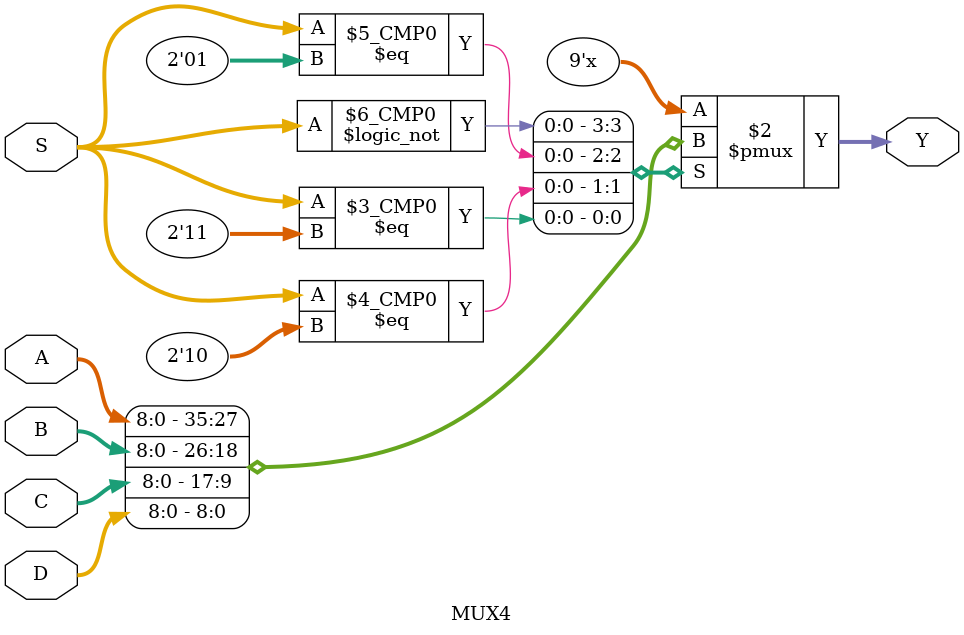
<source format=v>
`define bits 9
module MUX4 (
	input [`bits-1:0] A, B, C, D,
	input [1:0] S,
	output reg [`bits-1:0] Y
);
	always @(*) begin
		case (S)
			2'b00: Y = A;
			2'b01: Y = B;
			2'b10: Y = C;
			2'b11: Y = D;
		endcase
	end
endmodule
</source>
